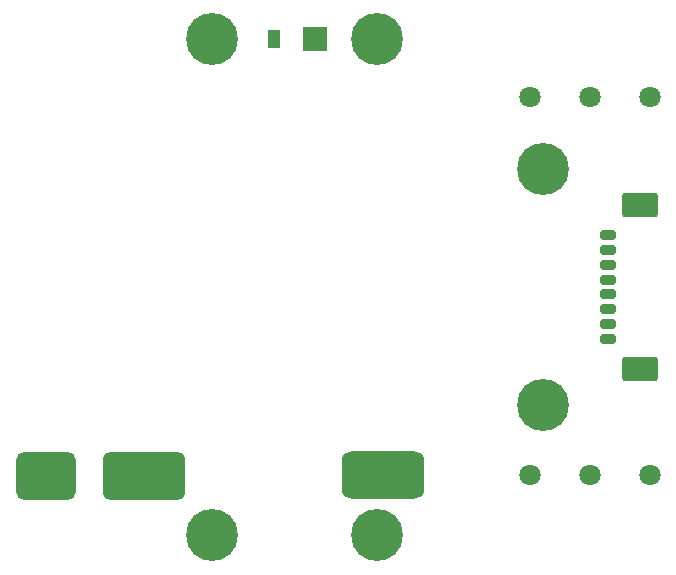
<source format=gbs>
%TF.GenerationSoftware,KiCad,Pcbnew,7.0.10-7.0.10~ubuntu22.04.1*%
%TF.CreationDate,2024-06-11T12:21:51+02:00*%
%TF.ProjectId,PQ_BotBoard,50515f42-6f74-4426-9f61-72642e6b6963,rev?*%
%TF.SameCoordinates,Original*%
%TF.FileFunction,Soldermask,Bot*%
%TF.FilePolarity,Negative*%
%FSLAX46Y46*%
G04 Gerber Fmt 4.6, Leading zero omitted, Abs format (unit mm)*
G04 Created by KiCad (PCBNEW 7.0.10-7.0.10~ubuntu22.04.1) date 2024-06-11 12:21:51*
%MOMM*%
%LPD*%
G01*
G04 APERTURE LIST*
G04 Aperture macros list*
%AMRoundRect*
0 Rectangle with rounded corners*
0 $1 Rounding radius*
0 $2 $3 $4 $5 $6 $7 $8 $9 X,Y pos of 4 corners*
0 Add a 4 corners polygon primitive as box body*
4,1,4,$2,$3,$4,$5,$6,$7,$8,$9,$2,$3,0*
0 Add four circle primitives for the rounded corners*
1,1,$1+$1,$2,$3*
1,1,$1+$1,$4,$5*
1,1,$1+$1,$6,$7*
1,1,$1+$1,$8,$9*
0 Add four rect primitives between the rounded corners*
20,1,$1+$1,$2,$3,$4,$5,0*
20,1,$1+$1,$4,$5,$6,$7,0*
20,1,$1+$1,$6,$7,$8,$9,0*
20,1,$1+$1,$8,$9,$2,$3,0*%
G04 Aperture macros list end*
%ADD10C,4.400000*%
%ADD11C,1.800000*%
%ADD12RoundRect,0.571429X-2.928571X-1.428571X2.928571X-1.428571X2.928571X1.428571X-2.928571X1.428571X0*%
%ADD13RoundRect,0.800000X-2.700000X-1.200000X2.700000X-1.200000X2.700000X1.200000X-2.700000X1.200000X0*%
%ADD14RoundRect,0.571429X-1.928571X-1.428571X1.928571X-1.428571X1.928571X1.428571X-1.928571X1.428571X0*%
%ADD15R,1.000000X1.500000*%
%ADD16R,2.000000X2.000000*%
%ADD17RoundRect,0.200000X-0.450000X0.200000X-0.450000X-0.200000X0.450000X-0.200000X0.450000X0.200000X0*%
%ADD18RoundRect,0.250001X-1.249999X0.799999X-1.249999X-0.799999X1.249999X-0.799999X1.249999X0.799999X0*%
G04 APERTURE END LIST*
D10*
%TO.C,H4*%
X123000000Y-47000000D03*
%TD*%
%TO.C,H1*%
X95000000Y-78000000D03*
%TD*%
%TO.C,H6*%
X95000000Y-36000000D03*
%TD*%
%TO.C,H3*%
X123000000Y-67000000D03*
%TD*%
%TO.C,H2*%
X109000000Y-78000000D03*
%TD*%
%TO.C,H5*%
X109000000Y-36000000D03*
%TD*%
D11*
%TO.C,KS2*%
X121920000Y-72899600D03*
X127000000Y-72899600D03*
X132080000Y-72899600D03*
%TD*%
D12*
%TO.C,SC1*%
X89252800Y-72948800D03*
D13*
X109471200Y-72895200D03*
D14*
X80921600Y-72946000D03*
%TD*%
D15*
%TO.C,D1*%
X100228400Y-35991800D03*
D16*
X103713900Y-35991800D03*
%TD*%
D17*
%TO.C,J2*%
X128528000Y-52605000D03*
X128528000Y-53855000D03*
X128528000Y-55105000D03*
X128528000Y-56355000D03*
X128528000Y-57605000D03*
X128528000Y-58855000D03*
X128528000Y-60105000D03*
X128528000Y-61355000D03*
D18*
X131278000Y-50055000D03*
X131278000Y-63905000D03*
%TD*%
D11*
%TO.C,KS1*%
X121920000Y-40894000D03*
X127000000Y-40894000D03*
X132080000Y-40894000D03*
%TD*%
M02*

</source>
